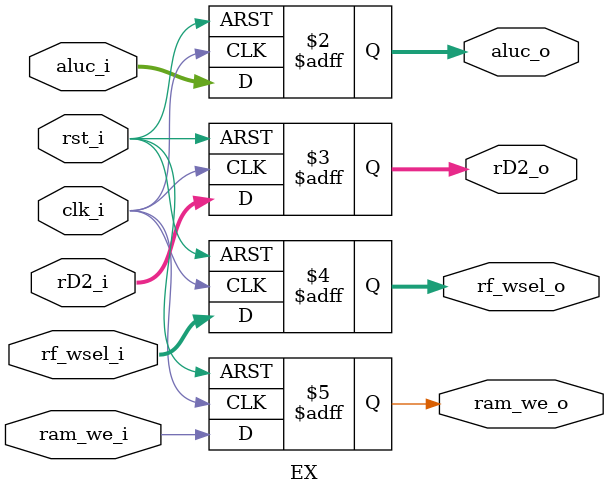
<source format=v>
`timescale 1ns / 1ps


module EX(
input clk_i,
input rst_i,
input [31:0] aluc_i,
input [31:0]rD2_i,
input [1:0]rf_wsel_i,
input ram_we_i,
output reg [31:0] aluc_o,
output reg [31:0]rD2_o,
output reg [1:0]rf_wsel_o,
output reg ram_we_o
    );
    
        
    always@(posedge clk_i or posedge rst_i)
    begin
    if(rst_i)
    begin
        aluc_o<=0;
        rD2_o<=0;
        rf_wsel_o<=0;
        ram_we_o<=0;
    end
    else
    begin
        aluc_o<=aluc_i;
        rD2_o<=rD2_i;
        rf_wsel_o<=rf_wsel_i;
        ram_we_o<=ram_we_i;
    end
    end
endmodule

</source>
